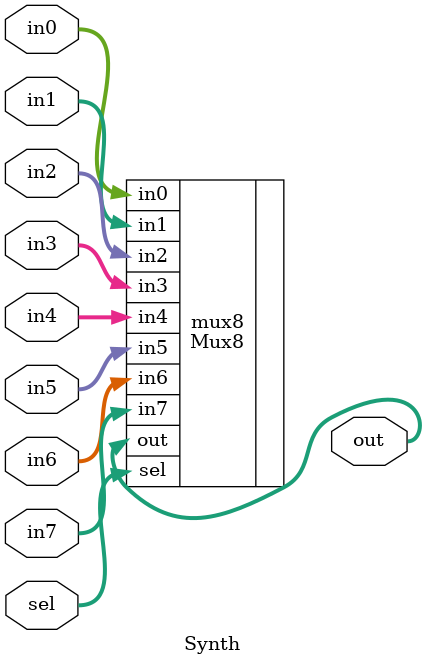
<source format=v>
/**@file
 * @brief     Top Synthesis module for Mux
 * @author    Igor Lesik
 * @copyright Igor Lesik 2015
 *
 */

module Synth #(parameter W=8)
(
  input [W-1:0] in0,
  input [W-1:0] in1,
  input [W-1:0] in2,
  input [W-1:0] in3,
  input [W-1:0] in4,
  input [W-1:0] in5,
  input [W-1:0] in6,
  input [W-1:0] in7,

  input [3-1:0] sel,
  output [W-1:0] out
);

  Mux8 #(.WIDTH(W)) mux8(
      .in0(in0), .in1(in1), .in2(in2), .in3(in3),
      .in4(in4), .in5(in5), .in6(in6), .in7(in7),
      .sel(sel), .out(out));

endmodule: Synth

</source>
